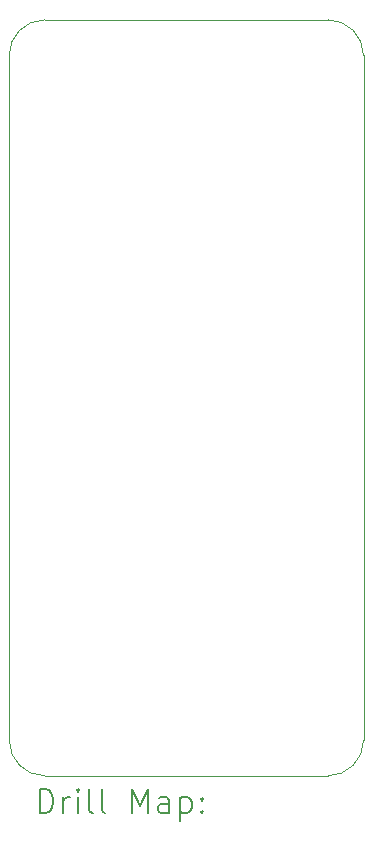
<source format=gbr>
%TF.GenerationSoftware,KiCad,Pcbnew,9.0.0*%
%TF.CreationDate,2025-04-12T21:57:35+03:00*%
%TF.ProjectId,kikad,6b696b61-642e-46b6-9963-61645f706362,rev?*%
%TF.SameCoordinates,Original*%
%TF.FileFunction,Drillmap*%
%TF.FilePolarity,Positive*%
%FSLAX45Y45*%
G04 Gerber Fmt 4.5, Leading zero omitted, Abs format (unit mm)*
G04 Created by KiCad (PCBNEW 9.0.0) date 2025-04-12 21:57:35*
%MOMM*%
%LPD*%
G01*
G04 APERTURE LIST*
%ADD10C,0.050000*%
%ADD11C,0.200000*%
G04 APERTURE END LIST*
D10*
X19300000Y-5700000D02*
X19300000Y-11500000D01*
X16600000Y-5400000D02*
X19000000Y-5400000D01*
X16300000Y-11500000D02*
X16300000Y-5700000D01*
X19000000Y-11800000D02*
X16600000Y-11800000D01*
X19300000Y-11500000D02*
G75*
G02*
X19000000Y-11800000I-300000J0D01*
G01*
X16600000Y-11800000D02*
G75*
G02*
X16300000Y-11500000I0J300000D01*
G01*
X16300000Y-5700000D02*
G75*
G02*
X16600000Y-5400000I300000J0D01*
G01*
X19000000Y-5400000D02*
G75*
G02*
X19300000Y-5700000I0J-300000D01*
G01*
D11*
X16558277Y-12113984D02*
X16558277Y-11913984D01*
X16558277Y-11913984D02*
X16605896Y-11913984D01*
X16605896Y-11913984D02*
X16634467Y-11923508D01*
X16634467Y-11923508D02*
X16653515Y-11942555D01*
X16653515Y-11942555D02*
X16663039Y-11961603D01*
X16663039Y-11961603D02*
X16672562Y-11999698D01*
X16672562Y-11999698D02*
X16672562Y-12028269D01*
X16672562Y-12028269D02*
X16663039Y-12066365D01*
X16663039Y-12066365D02*
X16653515Y-12085412D01*
X16653515Y-12085412D02*
X16634467Y-12104460D01*
X16634467Y-12104460D02*
X16605896Y-12113984D01*
X16605896Y-12113984D02*
X16558277Y-12113984D01*
X16758277Y-12113984D02*
X16758277Y-11980650D01*
X16758277Y-12018746D02*
X16767801Y-11999698D01*
X16767801Y-11999698D02*
X16777324Y-11990174D01*
X16777324Y-11990174D02*
X16796372Y-11980650D01*
X16796372Y-11980650D02*
X16815420Y-11980650D01*
X16882086Y-12113984D02*
X16882086Y-11980650D01*
X16882086Y-11913984D02*
X16872563Y-11923508D01*
X16872563Y-11923508D02*
X16882086Y-11933031D01*
X16882086Y-11933031D02*
X16891610Y-11923508D01*
X16891610Y-11923508D02*
X16882086Y-11913984D01*
X16882086Y-11913984D02*
X16882086Y-11933031D01*
X17005896Y-12113984D02*
X16986848Y-12104460D01*
X16986848Y-12104460D02*
X16977324Y-12085412D01*
X16977324Y-12085412D02*
X16977324Y-11913984D01*
X17110658Y-12113984D02*
X17091610Y-12104460D01*
X17091610Y-12104460D02*
X17082086Y-12085412D01*
X17082086Y-12085412D02*
X17082086Y-11913984D01*
X17339229Y-12113984D02*
X17339229Y-11913984D01*
X17339229Y-11913984D02*
X17405896Y-12056841D01*
X17405896Y-12056841D02*
X17472563Y-11913984D01*
X17472563Y-11913984D02*
X17472563Y-12113984D01*
X17653515Y-12113984D02*
X17653515Y-12009222D01*
X17653515Y-12009222D02*
X17643991Y-11990174D01*
X17643991Y-11990174D02*
X17624944Y-11980650D01*
X17624944Y-11980650D02*
X17586848Y-11980650D01*
X17586848Y-11980650D02*
X17567801Y-11990174D01*
X17653515Y-12104460D02*
X17634467Y-12113984D01*
X17634467Y-12113984D02*
X17586848Y-12113984D01*
X17586848Y-12113984D02*
X17567801Y-12104460D01*
X17567801Y-12104460D02*
X17558277Y-12085412D01*
X17558277Y-12085412D02*
X17558277Y-12066365D01*
X17558277Y-12066365D02*
X17567801Y-12047317D01*
X17567801Y-12047317D02*
X17586848Y-12037793D01*
X17586848Y-12037793D02*
X17634467Y-12037793D01*
X17634467Y-12037793D02*
X17653515Y-12028269D01*
X17748753Y-11980650D02*
X17748753Y-12180650D01*
X17748753Y-11990174D02*
X17767801Y-11980650D01*
X17767801Y-11980650D02*
X17805896Y-11980650D01*
X17805896Y-11980650D02*
X17824944Y-11990174D01*
X17824944Y-11990174D02*
X17834467Y-11999698D01*
X17834467Y-11999698D02*
X17843991Y-12018746D01*
X17843991Y-12018746D02*
X17843991Y-12075888D01*
X17843991Y-12075888D02*
X17834467Y-12094936D01*
X17834467Y-12094936D02*
X17824944Y-12104460D01*
X17824944Y-12104460D02*
X17805896Y-12113984D01*
X17805896Y-12113984D02*
X17767801Y-12113984D01*
X17767801Y-12113984D02*
X17748753Y-12104460D01*
X17929705Y-12094936D02*
X17939229Y-12104460D01*
X17939229Y-12104460D02*
X17929705Y-12113984D01*
X17929705Y-12113984D02*
X17920182Y-12104460D01*
X17920182Y-12104460D02*
X17929705Y-12094936D01*
X17929705Y-12094936D02*
X17929705Y-12113984D01*
X17929705Y-11990174D02*
X17939229Y-11999698D01*
X17939229Y-11999698D02*
X17929705Y-12009222D01*
X17929705Y-12009222D02*
X17920182Y-11999698D01*
X17920182Y-11999698D02*
X17929705Y-11990174D01*
X17929705Y-11990174D02*
X17929705Y-12009222D01*
M02*

</source>
